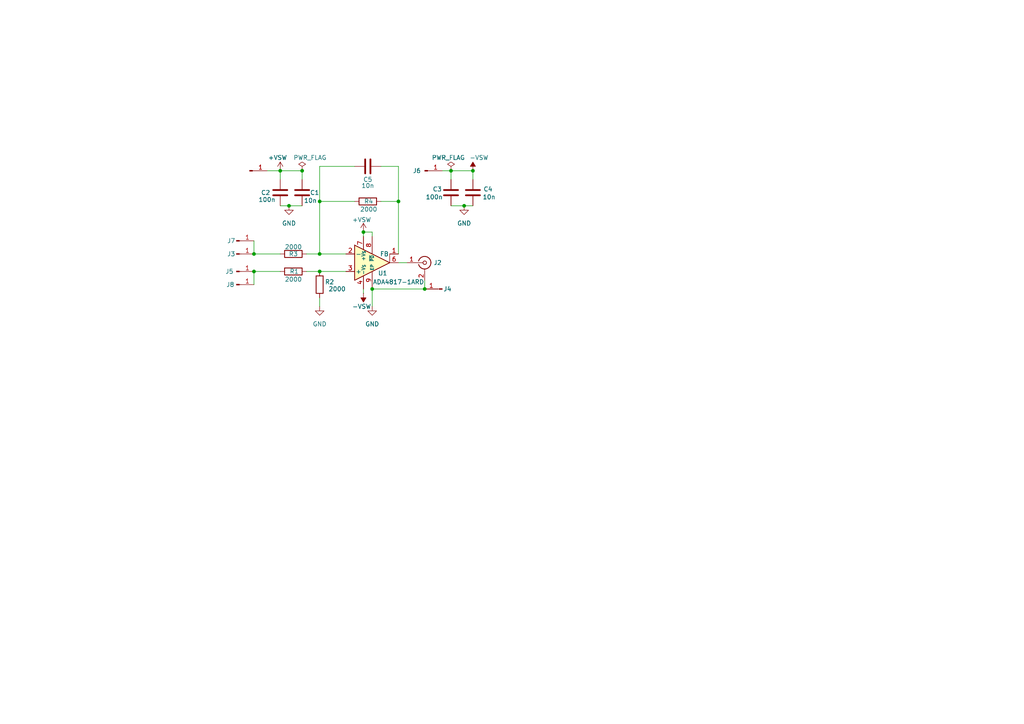
<source format=kicad_sch>
(kicad_sch (version 20250114) (generator "eeschema") (generator_version "9.0")
  (paper "A4")
  (lib_symbols
    (symbol "Amplifier_Operational:ADA4817-1ARD" (pin_names (offset 0.254))
      (property "Reference" "U" (at 1.27 3.81 0))
      (property "Value" "ADA4817-1ARD" (at 1.27 -3.81 0))
      (symbol "ADA4817-1ARD_0_1"
        (polyline (pts (xy -5.08 5.08) (xy 5.08 0) (xy -5.08 -5.08) (xy -5.08 5.08)) (stroke (width 0.254)) (fill (type background)))
        (polyline (pts (xy 5.08 0) (xy 5.08 2.54)))
      )
      (symbol "ADA4817-1ARD_1_0"
        (pin no_connect line (at -5.08 0 0) (length 2.54) (hide yes) (name "") (number "5"))
        (pin power_in line (at 0 -7.62 90) (length 5.08) (name "EP") (number "9"))
        (pin output line (at 7.62 2.54 180) (length 2.54) (name "FB") (number "1"))
      )
      (symbol "ADA4817-1ARD_1_1"
        (pin input line (at -7.62 2.54 0) (length 2.54) (name "-") (number "2"))
        (pin input line (at -7.62 -2.54 0) (length 2.54) (name "+") (number "3"))
        (pin power_in line (at -2.54 7.62 270) (length 3.81) (name "+V_{S}") (number "7"))
        (pin power_in line (at -2.54 -7.62 90) (length 3.81) (name "-V_{S}") (number "4"))
        (pin input line (at 0 7.62 270) (length 5.08) (name "~{PD}") (number "8"))
        (pin output line (at 7.62 0 180) (length 2.54) (name "~") (number "6"))
      )
    )
    (symbol "Connector:Conn_01x01_Pin" (pin_names (offset 1.016) (hide yes))
      (property "Reference" "J" (at 0 2.54 0))
      (property "Value" "Conn_01x01_Pin" (at 0 -2.54 0))
      (symbol "Conn_01x01_Pin_1_1"
        (rectangle (start 0.8636 0.127) (end 0 -0.127) (stroke (width 0.1524)) (fill (type outline)))
        (polyline (pts (xy 1.27 0) (xy 0.8636 0)) (stroke (width 0.1524)))
        (pin passive line (at 5.08 0 180) (length 3.81) (name "Pin_1") (number "1"))
      )
    )
    (symbol "Connector:Conn_Coaxial" (pin_names (offset 1.016) (hide yes))
      (property "Reference" "J" (at 0.254 3.048 0))
      (property "Value" "Conn_Coaxial" (at 2.921 0 90))
      (symbol "Conn_Coaxial_0_1"
        (polyline (pts (xy -2.54 0) (xy -0.508 0)))
        (arc (start 1.778 0) (mid 0.222 -1.8079) (end -1.778 -0.508) (stroke (width 0.254)))
        (arc (start -1.778 0.508) (mid 0.2221 1.8084) (end 1.778 0) (stroke (width 0.254)))
        (circle (center 0 0) (radius 0.508) (stroke (width 0.2032)))
        (polyline (pts (xy 0 -2.54) (xy 0 -1.778)))
      )
      (symbol "Conn_Coaxial_1_1"
        (pin passive line (at -5.08 0 0) (length 2.54) (name "In") (number "1"))
        (pin passive line (at 0 -5.08 90) (length 2.54) (name "Ext") (number "2"))
      )
    )
    (symbol "Device:C" (pin_numbers (hide yes)) (pin_names (offset 0.254))
      (property "Reference" "C" (at 0.635 2.54 0))
      (property "Value" "C" (at 0.635 -2.54 0))
      (symbol "C_0_1"
        (polyline (pts (xy -2.032 0.762) (xy 2.032 0.762)) (stroke (width 0.508)))
        (polyline (pts (xy -2.032 -0.762) (xy 2.032 -0.762)) (stroke (width 0.508)))
      )
      (symbol "C_1_1"
        (pin passive line (at 0 3.81 270) (length 2.794) (name "~") (number "1"))
        (pin passive line (at 0 -3.81 90) (length 2.794) (name "~") (number "2"))
      )
    )
    (symbol "Device:R" (pin_numbers (hide yes)) (pin_names (offset 0))
      (property "Reference" "R" (at 2.032 0 90))
      (property "Value" "R" (at 0 0 90))
      (symbol "R_0_1"
        (rectangle (start -1.016 -2.54) (end 1.016 2.54) (stroke (width 0.254)))
      )
      (symbol "R_1_1"
        (pin passive line (at 0 3.81 270) (length 1.27) (name "~") (number "1"))
        (pin passive line (at 0 -3.81 90) (length 1.27) (name "~") (number "2"))
      )
    )
    (symbol "power:+VSW" (power) (pin_numbers (hide yes)) (pin_names (offset 0) (hide yes))
      (property "Value" "+VSW" (at 0 3.556 0))
      (symbol "+VSW_0_1"
        (polyline (pts (xy -0.762 1.27) (xy 0 2.54)))
        (polyline (pts (xy 0 2.54) (xy 0.762 1.27)))
        (polyline (pts (xy 0 0) (xy 0 2.54)))
      )
      (symbol "+VSW_1_1"
        (pin power_in line (at 0 0 90) (length 0) (name "~") (number "1"))
      )
    )
    (symbol "power:-VSW" (power) (pin_numbers (hide yes)) (pin_names (offset 0) (hide yes))
      (property "Value" "-VSW" (at 0 3.556 0))
      (symbol "-VSW_0_0"
        (pin power_in line (at 0 0 90) (length 0) (name "~") (number "1"))
      )
      (symbol "-VSW_0_1"
        (polyline (pts (xy 0 0) (xy 0 1.27) (xy 0.762 1.27) (xy 0 2.54) (xy -0.762 1.27) (xy 0 1.27)) (fill (type outline)))
      )
    )
    (symbol "power:GND" (power) (pin_numbers (hide yes)) (pin_names (offset 0) (hide yes))
      (property "Value" "GND" (at 0 -3.81 0))
      (symbol "GND_0_1"
        (polyline (pts (xy 0 0) (xy 0 -1.27) (xy 1.27 -1.27) (xy 0 -2.54) (xy -1.27 -1.27) (xy 0 -1.27)))
      )
      (symbol "GND_1_1"
        (pin power_in line (at 0 0 270) (length 0) (name "~") (number "1"))
      )
    )
    (symbol "power:PWR_FLAG" (power) (pin_numbers (hide yes)) (pin_names (offset 0) (hide yes))
      (property "Value" "PWR_FLAG" (at 0 3.81 0))
      (symbol "PWR_FLAG_0_0"
        (pin power_out line (at 0 0 90) (length 0) (name "~") (number "1"))
      )
      (symbol "PWR_FLAG_0_1"
        (polyline (pts (xy 0 0) (xy 0 1.27) (xy -1.016 1.905) (xy 0 2.54) (xy 1.016 1.905) (xy 0 1.27)))
      )
    )
  )
  (junction (at 107.95 83.82))
  (junction (at 123.19 83.82))
  (junction (at 92.71 58.42))
  (junction (at 87.63 49.53))
  (junction (at 73.66 78.74))
  (junction (at 134.62 59.69))
  (junction (at 115.57 58.42))
  (junction (at 105.41 67.31))
  (junction (at 83.82 59.69))
  (junction (at 81.28 49.53))
  (junction (at 92.71 78.74))
  (junction (at 130.81 49.53))
  (junction (at 92.71 73.66))
  (junction (at 73.66 73.66))
  (junction (at 137.16 49.53))
  (wire (pts (xy 102.87 48.26) (xy 92.71 48.26)))
  (wire (pts (xy 81.28 49.53) (xy 87.63 49.53)))
  (wire (pts (xy 73.66 69.85) (xy 73.66 73.66)))
  (wire (pts (xy 123.19 83.82) (xy 123.19 81.28)))
  (wire (pts (xy 83.82 59.69) (xy 87.63 59.69)))
  (wire (pts (xy 73.66 78.74) (xy 73.66 82.55)))
  (wire (pts (xy 130.81 49.53) (xy 137.16 49.53)))
  (wire (pts (xy 107.95 67.31) (xy 107.95 68.58)))
  (wire (pts (xy 105.41 67.31) (xy 105.41 68.58)))
  (wire (pts (xy 107.95 83.82) (xy 107.95 88.9)))
  (wire (pts (xy 115.57 48.26) (xy 110.49 48.26)))
  (wire (pts (xy 115.57 58.42) (xy 115.57 73.66)))
  (wire (pts (xy 107.95 83.82) (xy 123.19 83.82)))
  (wire (pts (xy 115.57 76.2) (xy 118.11 76.2)))
  (wire (pts (xy 130.81 59.69) (xy 134.62 59.69)))
  (wire (pts (xy 81.28 49.53) (xy 81.28 52.07)))
  (wire (pts (xy 92.71 86.36) (xy 92.71 88.9)))
  (wire (pts (xy 73.66 73.66) (xy 81.28 73.66)))
  (wire (pts (xy 77.47 49.53) (xy 81.28 49.53)))
  (wire (pts (xy 92.71 48.26) (xy 92.71 58.42)))
  (wire (pts (xy 137.16 49.53) (xy 137.16 52.07)))
  (wire (pts (xy 88.9 78.74) (xy 92.71 78.74)))
  (wire (pts (xy 128.27 49.53) (xy 130.81 49.53)))
  (wire (pts (xy 92.71 58.42) (xy 92.71 73.66)))
  (wire (pts (xy 92.71 73.66) (xy 100.33 73.66)))
  (wire (pts (xy 73.66 78.74) (xy 81.28 78.74)))
  (wire (pts (xy 81.28 59.69) (xy 83.82 59.69)))
  (wire (pts (xy 102.87 58.42) (xy 92.71 58.42)))
  (wire (pts (xy 115.57 58.42) (xy 115.57 48.26)))
  (wire (pts (xy 87.63 49.53) (xy 87.63 52.07)))
  (wire (pts (xy 115.57 58.42) (xy 110.49 58.42)))
  (wire (pts (xy 134.62 59.69) (xy 137.16 59.69)))
  (wire (pts (xy 105.41 67.31) (xy 107.95 67.31)))
  (wire (pts (xy 130.81 49.53) (xy 130.81 52.07)))
  (wire (pts (xy 88.9 73.66) (xy 92.71 73.66)))
  (wire (pts (xy 92.71 78.74) (xy 100.33 78.74)))
  (wire (pts (xy 105.41 83.82) (xy 105.41 85.09)))
  (symbol (lib_id "Connector:Conn_01x01_Pin") (at 123.19 49.53 0) (unit 1)
    (property "Reference" "J6" (at 120.904 49.53 0))
    (property "Value" "Conn_01x01_Pin" (effects (hide yes)))
    (property "Footprint" "Connector_PinSocket_2.54mm:PinSocket_1x01_P2.54mm_Vertical" (effects (hide yes)))
    (property "Description" "Generic connector, single row, 01x01, script generated" (effects (hide yes)))
  )
  (symbol (lib_id "Device:C") (at 130.81 55.88 0) (unit 1)
    (property "Reference" "C3" (at 125.476 54.864 0) (effects (justify left)))
    (property "Value" "100n" (at 123.444 57.15 0) (effects (justify left)))
    (property "Footprint" "Capacitor_SMD:C_0805_2012Metric_Pad1.18x1.45mm_HandSolder" (effects (hide yes)))
    (property "Description" "Unpolarized capacitor" (effects (hide yes)))
  )
  (symbol (lib_id "Connector:Conn_01x01_Pin") (at 68.58 82.55 0) (unit 1)
    (property "Reference" "J8" (at 66.802 82.55 0))
    (property "Value" "Conn_01x01_Pin" (effects (hide yes)))
    (property "Footprint" "Connector_PinSocket_2.54mm:PinSocket_1x01_P2.54mm_Vertical" (effects (hide yes)))
    (property "Description" "Generic connector, single row, 01x01, script generated" (effects (hide yes)))
  )
  (symbol (lib_id "power:+VSW") (at 81.28 49.53 0) (unit 1)
    (property "Reference" "#PWR08" (effects (hide yes)))
    (property "Value" "+VSW" (at 80.518 45.72 0))
    (property "Description" "Power symbol creates a global label with name \"+VSW\"" (effects (hide yes)))
  )
  (symbol (lib_id "power:-VSW") (at 137.16 49.53 0) (unit 1)
    (property "Reference" "#PWR09" (effects (hide yes)))
    (property "Value" "-VSW" (at 138.938 45.72 0))
    (property "Description" "Power symbol creates a global label with name \"-VSW\"" (effects (hide yes)))
  )
  (symbol (lib_id "Connector:Conn_01x01_Pin") (at 68.58 73.66 0) (unit 1)
    (property "Reference" "J3" (at 67.056 73.66 0))
    (property "Value" "Conn_01x01_Pin" (effects (hide yes)))
    (property "Footprint" "Connector_PinSocket_2.54mm:PinSocket_1x01_P2.54mm_Vertical" (effects (hide yes)))
    (property "Description" "Generic connector, single row, 01x01, script generated" (effects (hide yes)))
  )
  (symbol (lib_id "Device:C") (at 137.16 55.88 0) (unit 1)
    (property "Reference" "C4" (at 140.208 54.864 0) (effects (justify left)))
    (property "Value" "10n" (at 139.954 57.15 0) (effects (justify left)))
    (property "Footprint" "Capacitor_SMD:C_0805_2012Metric_Pad1.18x1.45mm_HandSolder" (effects (hide yes)))
    (property "Description" "Unpolarized capacitor" (effects (hide yes)))
  )
  (symbol (lib_id "power:PWR_FLAG") (at 87.63 49.53 0) (unit 1)
    (property "Reference" "#FLG01" (effects (hide yes)))
    (property "Value" "PWR_FLAG" (at 89.916 45.72 0))
    (property "Description" "Special symbol for telling ERC where power comes from" (effects (hide yes)))
  )
  (symbol (lib_id "power:+VSW") (at 105.41 67.31 0) (unit 1)
    (property "Reference" "#PWR03" (effects (hide yes)))
    (property "Value" "+VSW" (at 104.902 63.754 0))
    (property "Description" "Power symbol creates a global label with name \"+VSW\"" (effects (hide yes)))
  )
  (symbol (lib_id "Connector:Conn_01x01_Pin") (at 128.27 83.82 180) (unit 1)
    (property "Reference" "J4" (at 129.794 83.82 0))
    (property "Value" "Conn_01x01_Pin" (effects (hide yes)))
    (property "Footprint" "Connector_PinSocket_2.54mm:PinSocket_1x01_P2.54mm_Vertical" (effects (hide yes)))
    (property "Description" "Generic connector, single row, 01x01, script generated" (effects (hide yes)))
  )
  (symbol (lib_id "Device:R") (at 92.71 82.55 180) (unit 1)
    (property "Reference" "R2" (at 94.234 81.788 0) (effects (justify right)))
    (property "Value" "2000" (at 95.25 83.82 0) (effects (justify right)))
    (property "Footprint" "Resistor_SMD:R_0805_2012Metric_Pad1.20x1.40mm_HandSolder" (effects (hide yes)))
    (property "Description" "Resistor" (effects (hide yes)))
  )
  (symbol (lib_id "Connector:Conn_Coaxial") (at 123.19 76.2 0) (unit 1)
    (property "Reference" "J2" (at 125.73 76.2 0) (effects (justify left)))
    (property "Value" "Conn_Coaxial" (effects (hide yes)))
    (property "Footprint" "Connector_Coaxial:SMA_Amphenol_901-144_Vertical" (effects (hide yes)))
    (property "Description" "coaxial connector (BNC, SMA, SMB, SMC, Cinch/RCA, LEMO, ...)" (effects (hide yes)))
  )
  (symbol (lib_id "power:GND") (at 107.95 88.9 0) (unit 1)
    (property "Reference" "#PWR01" (effects (hide yes)))
    (property "Value" "GND" (at 107.95 93.98 0))
    (property "Description" "Power symbol creates a global label with name \"GND\" , ground" (effects (hide yes)))
  )
  (symbol (lib_id "Device:C") (at 81.28 55.88 0) (unit 1)
    (property "Reference" "C2" (at 75.692 55.88 0) (effects (justify left)))
    (property "Value" "100n" (at 74.93 57.912 0) (effects (justify left)))
    (property "Footprint" "Capacitor_SMD:C_0805_2012Metric_Pad1.18x1.45mm_HandSolder" (effects (hide yes)))
    (property "Description" "Unpolarized capacitor" (effects (hide yes)))
  )
  (symbol (lib_id "power:GND") (at 134.62 59.69 0) (unit 1)
    (property "Reference" "#PWR010" (effects (hide yes)))
    (property "Value" "GND" (at 134.62 64.77 0))
    (property "Description" "Power symbol creates a global label with name \"GND\" , ground" (effects (hide yes)))
  )
  (symbol (lib_id "Amplifier_Operational:ADA4817-1ARD") (at 107.95 76.2 0) (unit 1)
    (property "Reference" "U1" (at 110.998 79.248 0))
    (property "Value" "ADA4817-1ARD" (at 115.57 81.788 0))
    (property "Footprint" "Package_SO:SOIC-8-1EP_3.9x4.9mm_P1.27mm_EP2.29x3mm" (effects (hide yes)))
    (property "Datasheet" "https://www.analog.com/media/en/technical-documentation/data-sheets/ADA4817-1_4817-2.pdf" (effects (hide yes)))
    (property "Description" "Single Low Noise, 1 GHz, Unity-gain stable, FastFET Op Amp, with power down, SOIC-8-1EP" (effects (hide yes)))
  )
  (symbol (lib_id "Device:C") (at 106.68 48.26 90) (unit 1)
    (property "Reference" "C5" (at 106.68 52.07 90))
    (property "Value" "10n" (at 106.68 53.848 90))
    (property "Footprint" "Capacitor_SMD:C_0805_2012Metric_Pad1.18x1.45mm_HandSolder" (effects (hide yes)))
    (property "Description" "Unpolarized capacitor" (effects (hide yes)))
  )
  (symbol (lib_id "power:PWR_FLAG") (at 130.81 49.53 0) (unit 1)
    (property "Reference" "#FLG02" (effects (hide yes)))
    (property "Value" "PWR_FLAG" (at 130.048 45.72 0))
    (property "Description" "Special symbol for telling ERC where power comes from" (effects (hide yes)))
  )
  (symbol (lib_id "power:GND") (at 92.71 88.9 0) (unit 1)
    (property "Reference" "#PWR02" (effects (hide yes)))
    (property "Value" "GND" (at 92.71 93.98 0))
    (property "Description" "Power symbol creates a global label with name \"GND\" , ground" (effects (hide yes)))
  )
  (symbol (lib_id "Connector:Conn_01x01_Pin") (at 68.58 78.74 0) (unit 1)
    (property "Reference" "J5" (at 66.548 78.74 0))
    (property "Value" "Conn_01x01_Pin" (effects (hide yes)))
    (property "Footprint" "Connector_PinSocket_2.54mm:PinSocket_1x01_P2.54mm_Vertical" (effects (hide yes)))
    (property "Description" "Generic connector, single row, 01x01, script generated" (effects (hide yes)))
  )
  (symbol (lib_id "Device:R") (at 85.09 78.74 90) (unit 1)
    (property "Reference" "R1" (at 85.344 78.74 90))
    (property "Value" "2000" (at 85.09 81.026 90))
    (property "Footprint" "Resistor_SMD:R_0805_2012Metric_Pad1.20x1.40mm_HandSolder" (effects (hide yes)))
    (property "Description" "Resistor" (effects (hide yes)))
  )
  (symbol (lib_id "Device:R") (at 106.68 58.42 90) (unit 1)
    (property "Reference" "R4" (at 106.934 58.42 90))
    (property "Value" "2000" (at 106.934 60.706 90))
    (property "Footprint" "Resistor_SMD:R_0805_2012Metric_Pad1.20x1.40mm_HandSolder" (effects (hide yes)))
    (property "Description" "Resistor" (effects (hide yes)))
  )
  (symbol (lib_id "power:GND") (at 83.82 59.69 0) (unit 1)
    (property "Reference" "#PWR011" (effects (hide yes)))
    (property "Value" "GND" (at 83.82 64.77 0))
    (property "Description" "Power symbol creates a global label with name \"GND\" , ground" (effects (hide yes)))
  )
  (symbol (lib_id "Device:R") (at 85.09 73.66 90) (unit 1)
    (property "Reference" "R3" (at 85.09 73.66 90))
    (property "Value" "2000" (at 85.09 71.628 90))
    (property "Footprint" "Resistor_SMD:R_0805_2012Metric_Pad1.20x1.40mm_HandSolder" (effects (hide yes)))
    (property "Description" "Resistor" (effects (hide yes)))
  )
  (symbol (lib_id "Connector:Conn_01x01_Pin") (at 72.39 49.53 0) (unit 1)
    (property "Reference" "J1" (effects (hide yes)))
    (property "Value" "Conn_01x01_Pin" (effects (hide yes)))
    (property "Footprint" "Connector_PinSocket_2.54mm:PinSocket_1x01_P2.54mm_Vertical" (effects (hide yes)))
    (property "Description" "Generic connector, single row, 01x01, script generated" (effects (hide yes)))
  )
  (symbol (lib_id "power:-VSW") (at 105.41 85.09 180) (unit 1)
    (property "Reference" "#PWR04" (effects (hide yes)))
    (property "Value" "-VSW" (at 104.902 88.9 0))
    (property "Description" "Power symbol creates a global label with name \"-VSW\"" (effects (hide yes)))
  )
  (symbol (lib_id "Connector:Conn_01x01_Pin") (at 68.58 69.85 0) (unit 1)
    (property "Reference" "J7" (at 67.056 69.85 0))
    (property "Value" "Conn_01x01_Pin" (effects (hide yes)))
    (property "Footprint" "Connector_PinSocket_2.54mm:PinSocket_1x01_P2.54mm_Vertical" (effects (hide yes)))
    (property "Description" "Generic connector, single row, 01x01, script generated" (effects (hide yes)))
  )
  (symbol (lib_id "Device:C") (at 87.63 55.88 0) (unit 1)
    (property "Reference" "C1" (at 89.916 55.88 0) (effects (justify left)))
    (property "Value" "10n" (at 88.138 58.166 0) (effects (justify left)))
    (property "Footprint" "Capacitor_SMD:C_0805_2012Metric_Pad1.18x1.45mm_HandSolder" (effects (hide yes)))
    (property "Description" "Unpolarized capacitor" (effects (hide yes)))
  )
)
</source>
